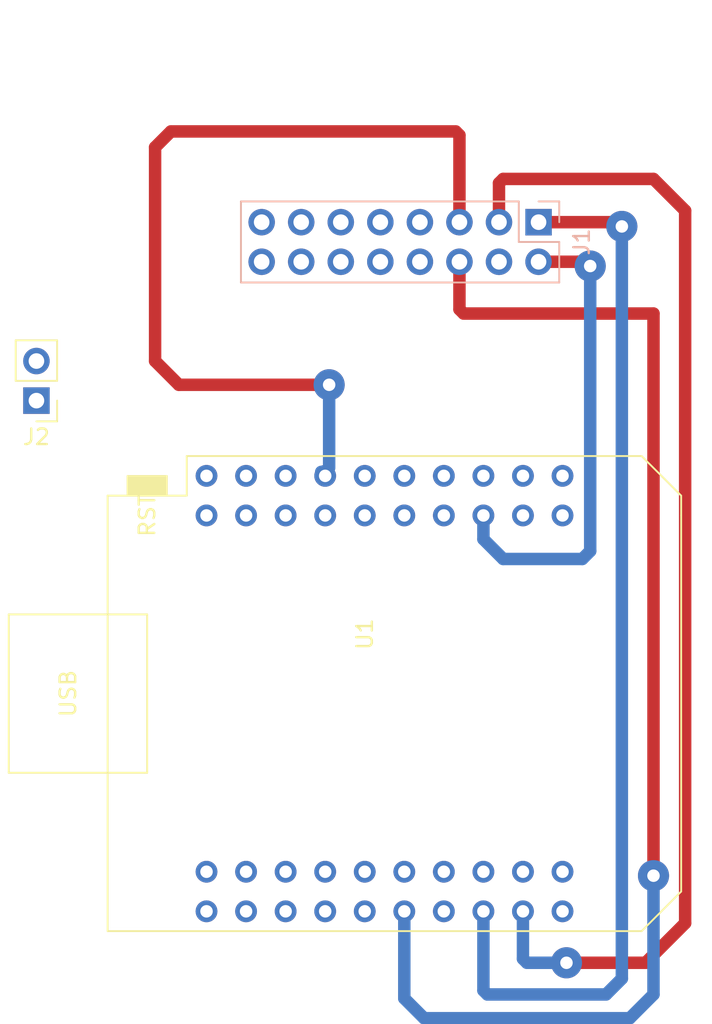
<source format=kicad_pcb>
(kicad_pcb (version 20211014) (generator pcbnew)
  (layers (0 "F.Cu" signal) (31 "B.Cu" signal) (34 "B.Paste" user) (35 "F.Paste" user) (36 "B.SilkS" user "B.Silkscreen") (37 "F.SilkS" user "F.Silkscreen") (38 "B.Mask" user) (39 "F.Mask" user) (44 "Edge.Cuts" user))
  (net 0 "")
  (net 1 "Net-(U1-Pad26)")
  (net 2 "Net-(U1-Pad6)")
  (net 3 "Net-(U1-Pad24)")
  (net 4 "Net-(U1-Pad13)")
  (net 5 "Net-(U1-Pad30)")
  (net 6 "Net-(U1-Pad18)")
  (net 8 "Net-(U1-Pad12)")
  (net 9 "Net-(U1-Pad10)")
  (net 10 "Net-(U1-Pad14)")
  (net 11 "Net-(U1-Pad29)")
  (net 12 "Net-(U1-Pad31)")
  (net 13 "Net-(U1-Pad32)")
  (net 14 "Net-(U1-Pad37)")
  (net 15 "Net-(U1-Pad35)")
  (net 39 "Net-(J1-Pad16)")
  (net 40 "Net-(U1-Pad1)")
  (footprint "Connector_PinHeader_2.54mm:PinHeader_1x02_P2.54mm_Vertical" (layer "F.Cu") (at 63.5 45.212 180)
    (fp_text reference "J2" (at 0 -2.33) (layer "F.SilkS"))
    (fp_text value "Power")
    (fp_line (start -1.33 -1.33) (end 0 -1.33) (layer "F.SilkS") (width 0.12))
    (fp_line (start -1.33 1.27) (end -1.33 3.87) (layer "F.SilkS") (width 0.12))
    (fp_line (start -1.33 1.27) (end 1.33 1.27) (layer "F.SilkS") (width 0.12))
    (fp_line (start 1.33 1.27) (end 1.33 3.87) (layer "F.SilkS") (width 0.12))
    (fp_line (start -1.33 0) (end -1.33 -1.33) (layer "F.SilkS") (width 0.12))
    (fp_line (start -1.33 3.87) (end 1.33 3.87) (layer "F.SilkS") (width 0.12))
    (pad "1" thru_hole rect (at 0 0 180) (size 1.7 1.7) (drill 1) (layers *.Cu *.Mask) (net 15 "Net-(U1-Pad35)"))
    (pad "2" thru_hole oval (at 0 2.54 180) (size 1.7 1.7) (drill 1) (layers *.Cu *.Mask) (net 40 "Net-(U1-Pad1)"))
  )
  (footprint "ESP32_mini:ESP32_mini" (layer "F.Cu") (at 85.852 64.008 -90)
    (fp_text reference "U1" (at -3.81 1.27 90) (layer "F.SilkS"))
    (fp_text value "mini_esp32")
    (fp_text user "USB" (at 0 20.32 90) (layer "F.SilkS"))
    (fp_text user "RST" (at -11.43 15.24 90) (layer "F.SilkS"))
    (fp_line (start 12.7 -19.05) (end 15.24 -16.51) (layer "F.SilkS") (width 0.12))
    (fp_line (start -5.08 17.78) (end -5.08 24.13) (layer "F.SilkS") (width 0.12))
    (fp_line (start -5.08 15.24) (end 5.08 15.24) (layer "F.SilkS") (width 0.12))
    (fp_line (start 5.08 15.24) (end 5.08 17.78) (layer "F.SilkS") (width 0.12))
    (fp_line (start -12.7 12.7) (end -12.7 17.78) (layer "F.SilkS") (width 0.12))
    (fp_line (start -12.7 -19.05) (end -11.43 -19.05) (layer "F.SilkS") (width 0.12))
    (fp_line (start -5.08 17.78) (end -5.08 15.24) (layer "F.SilkS") (width 0.12))
    (fp_line (start -12.7 17.78) (end 15.24 17.78) (layer "F.SilkS") (width 0.12))
    (fp_line (start 5.08 24.13) (end 5.08 17.78) (layer "F.SilkS") (width 0.12))
    (fp_line (start 15.24 -16.51) (end 15.24 17.78) (layer "F.SilkS") (width 0.12))
    (fp_line (start -12.7 -19.05) (end -15.24 -16.51) (layer "F.SilkS") (width 0.12))
    (fp_line (start -15.24 12.7) (end -12.7 12.7) (layer "F.SilkS") (width 0.12))
    (fp_line (start -15.24 -16.51) (end -15.24 12.7) (layer "F.SilkS") (width 0.12))
    (fp_line (start -5.08 24.13) (end 5.08 24.13) (layer "F.SilkS") (width 0.12))
    (fp_line (start 12.7 -19.05) (end -11.43 -19.05) (layer "F.SilkS") (width 0.12))
    (fp_poly (pts (xy -13.97 16.51) (xy -13.97 13.97) (xy -12.7 13.97) (xy -12.7 16.51)) (layer "F.SilkS") (width 0.1) (fill solid))
    (pad "1" thru_hole circle locked (at -13.97 -11.43 180) (size 1.4 1.4) (drill 0.8) (layers *.Cu *.Mask) (net 40 "Net-(U1-Pad1)"))
    (pad "2" thru_hole circle locked (at -11.43 -11.43 180) (size 1.4 1.4) (drill 0.8) (layers *.Cu *.Mask))
    (pad "3" thru_hole circle locked (at -13.97 -8.89 180) (size 1.4 1.4) (drill 0.8) (layers *.Cu *.Mask))
    (pad "4" thru_hole circle locked (at -11.43 -8.89 180) (size 1.4 1.4) (drill 0.8) (layers *.Cu *.Mask))
    (pad "5" thru_hole circle locked (at -13.97 -6.35 180) (size 1.4 1.4) (drill 0.8) (layers *.Cu *.Mask))
    (pad "6" thru_hole circle locked (at -11.43 -6.35 180) (size 1.4 1.4) (drill 0.8) (layers *.Cu *.Mask) (net 2 "Net-(U1-Pad6)"))
    (pad "7" thru_hole circle locked (at -13.97 -3.81 180) (size 1.4 1.4) (drill 0.8) (layers *.Cu *.Mask))
    (pad "8" thru_hole circle locked (at -11.43 -3.81 180) (size 1.4 1.4) (drill 0.8) (layers *.Cu *.Mask))
    (pad "9" thru_hole circle locked (at -13.97 -1.27 180) (size 1.4 1.4) (drill 0.8) (layers *.Cu *.Mask))
    (pad "10" thru_hole circle locked (at -11.43 -1.27 180) (size 1.4 1.4) (drill 0.8) (layers *.Cu *.Mask) (net 9 "Net-(U1-Pad10)"))
    (pad "11" thru_hole circle locked (at -13.97 1.27 180) (size 1.4 1.4) (drill 0.8) (layers *.Cu *.Mask))
    (pad "12" thru_hole circle locked (at -11.43 1.27 180) (size 1.4 1.4) (drill 0.8) (layers *.Cu *.Mask) (net 8 "Net-(U1-Pad12)"))
    (pad "13" thru_hole circle locked (at -13.97 3.81 180) (size 1.4 1.4) (drill 0.8) (layers *.Cu *.Mask) (net 4 "Net-(U1-Pad13)"))
    (pad "14" thru_hole circle locked (at -11.43 3.81 180) (size 1.4 1.4) (drill 0.8) (layers *.Cu *.Mask) (net 10 "Net-(U1-Pad14)"))
    (pad "15" thru_hole circle locked (at -13.97 6.35 180) (size 1.4 1.4) (drill 0.8) (layers *.Cu *.Mask))
    (pad "16" thru_hole circle locked (at -11.43 6.35 180) (size 1.4 1.4) (drill 0.8) (layers *.Cu *.Mask))
    (pad "17" thru_hole circle locked (at -13.97 8.89 180) (size 1.4 1.4) (drill 0.8) (layers *.Cu *.Mask))
    (pad "18" thru_hole circle locked (at -11.43 8.89 180) (size 1.4 1.4) (drill 0.8) (layers *.Cu *.Mask) (net 6 "Net-(U1-Pad18)"))
    (pad "19" thru_hole circle locked (at -13.97 11.43 180) (size 1.4 1.4) (drill 0.8) (layers *.Cu *.Mask))
    (pad "20" thru_hole circle locked (at -11.43 11.43 180) (size 1.4 1.4) (drill 0.8) (layers *.Cu *.Mask))
    (pad "21" thru_hole circle locked (at 11.43 -11.43 180) (size 1.4 1.4) (drill 0.8) (layers *.Cu *.Mask))
    (pad "22" thru_hole circle locked (at 13.97 -11.43 180) (size 1.4 1.4) (drill 0.8) (layers *.Cu *.Mask) (net 40 "Net-(U1-Pad1)"))
    (pad "23" thru_hole circle locked (at 11.43 -8.89 180) (size 1.4 1.4) (drill 0.8) (layers *.Cu *.Mask))
    (pad "24" thru_hole circle locked (at 13.97 -8.89 180) (size 1.4 1.4) (drill 0.8) (layers *.Cu *.Mask) (net 3 "Net-(U1-Pad24)"))
    (pad "25" thru_hole circle locked (at 11.43 -6.35 180) (size 1.4 1.4) (drill 0.8) (layers *.Cu *.Mask))
    (pad "26" thru_hole circle locked (at 13.97 -6.35 180) (size 1.4 1.4) (drill 0.8) (layers *.Cu *.Mask) (net 1 "Net-(U1-Pad26)"))
    (pad "27" thru_hole circle locked (at 11.43 -3.81 180) (size 1.4 1.4) (drill 0.8) (layers *.Cu *.Mask))
    (pad "28" thru_hole circle locked (at 13.97 -3.81 180) (size 1.4 1.4) (drill 0.8) (layers *.Cu *.Mask))
    (pad "29" thru_hole circle locked (at 11.43 -1.27 180) (size 1.4 1.4) (drill 0.8) (layers *.Cu *.Mask) (net 11 "Net-(U1-Pad29)"))
    (pad "30" thru_hole circle locked (at 13.97 -1.27 180) (size 1.4 1.4) (drill 0.8) (layers *.Cu *.Mask) (net 5 "Net-(U1-Pad30)"))
    (pad "31" thru_hole circle locked (at 11.43 1.27 180) (size 1.4 1.4) (drill 0.8) (layers *.Cu *.Mask) (net 12 "Net-(U1-Pad31)"))
    (pad "32" thru_hole circle locked (at 13.97 1.27 180) (size 1.4 1.4) (drill 0.8) (layers *.Cu *.Mask) (net 13 "Net-(U1-Pad32)"))
    (pad "33" thru_hole circle locked (at 11.43 3.81 180) (size 1.4 1.4) (drill 0.8) (layers *.Cu *.Mask) (net 39 "Net-(J1-Pad16)"))
    (pad "34" thru_hole circle locked (at 13.97 3.81 180) (size 1.4 1.4) (drill 0.8) (layers *.Cu *.Mask))
    (pad "35" thru_hole circle locked (at 11.43 6.35 180) (size 1.4 1.4) (drill 0.8) (layers *.Cu *.Mask) (net 15 "Net-(U1-Pad35)"))
    (pad "36" thru_hole circle locked (at 13.97 6.35 180) (size 1.4 1.4) (drill 0.8) (layers *.Cu *.Mask))
    (pad "37" thru_hole circle locked (at 11.43 8.89 180) (size 1.4 1.4) (drill 0.8) (layers *.Cu *.Mask) (net 14 "Net-(U1-Pad37)"))
    (pad "38" thru_hole circle locked (at 13.97 8.89 180) (size 1.4 1.4) (drill 0.8) (layers *.Cu *.Mask))
    (pad "39" thru_hole circle locked (at 11.43 11.43 180) (size 1.4 1.4) (drill 0.8) (layers *.Cu *.Mask))
    (pad "40" thru_hole circle locked (at 13.97 11.43 180) (size 1.4 1.4) (drill 0.8) (layers *.Cu *.Mask))
  )
  (footprint "Connector_PinSocket_2.54mm:PinSocket_2x08_P2.54mm_Vertical" (layer "B.Cu") (at 95.743 33.762 90)
    (fp_text reference "J1" (at -1.27 2.77 90) (layer "B.SilkS"))
    (fp_text value "PUT_IN")
    (fp_line (start -1.27 1.33) (end -1.27 -1.27) (layer "B.SilkS") (width 0.12))
    (fp_line (start 1.33 1.33) (end 1.33 0) (layer "B.SilkS") (width 0.12))
    (fp_line (start -3.87 1.33) (end -3.87 -19.11) (layer "B.SilkS") (width 0.12))
    (fp_line (start -3.87 -19.11) (end 1.33 -19.11) (layer "B.SilkS") (width 0.12))
    (fp_line (start -3.87 1.33) (end -1.27 1.33) (layer "B.SilkS") (width 0.12))
    (fp_line (start 1.33 -1.27) (end 1.33 -19.11) (layer "B.SilkS") (width 0.12))
    (fp_line (start -1.27 -1.27) (end 1.33 -1.27) (layer "B.SilkS") (width 0.12))
    (fp_line (start 0 1.33) (end 1.33 1.33) (layer "B.SilkS") (width 0.12))
    (pad "1" thru_hole rect (at 0 0 90) (size 1.7 1.7) (drill 1) (layers *.Cu *.Mask) (net 1 "Net-(U1-Pad26)"))
    (pad "2" thru_hole oval (at -2.54 0 90) (size 1.7 1.7) (drill 1) (layers *.Cu *.Mask) (net 2 "Net-(U1-Pad6)"))
    (pad "3" thru_hole oval (at 0 -2.54 90) (size 1.7 1.7) (drill 1) (layers *.Cu *.Mask) (net 3 "Net-(U1-Pad24)"))
    (pad "4" thru_hole oval (at -2.54 -2.54 90) (size 1.7 1.7) (drill 1) (layers *.Cu *.Mask) (net 39 "Net-(J1-Pad16)"))
    (pad "5" thru_hole oval (at 0 -5.08 90) (size 1.7 1.7) (drill 1) (layers *.Cu *.Mask) (net 4 "Net-(U1-Pad13)"))
    (pad "6" thru_hole oval (at -2.54 -5.08 90) (size 1.7 1.7) (drill 1) (layers *.Cu *.Mask) (net 5 "Net-(U1-Pad30)"))
    (pad "7" thru_hole oval (at 0 -7.62 90) (size 1.7 1.7) (drill 1) (layers *.Cu *.Mask) (net 6 "Net-(U1-Pad18)"))
    (pad "8" thru_hole oval (at -2.54 -7.62 90) (size 1.7 1.7) (drill 1) (layers *.Cu *.Mask))
    (pad "9" thru_hole oval (at 0 -10.16 90) (size 1.7 1.7) (drill 1) (layers *.Cu *.Mask) (net 8 "Net-(U1-Pad12)"))
    (pad "10" thru_hole oval (at -2.54 -10.16 90) (size 1.7 1.7) (drill 1) (layers *.Cu *.Mask) (net 9 "Net-(U1-Pad10)"))
    (pad "11" thru_hole oval (at 0 -12.7 90) (size 1.7 1.7) (drill 1) (layers *.Cu *.Mask) (net 10 "Net-(U1-Pad14)"))
    (pad "12" thru_hole oval (at -2.54 -12.7 90) (size 1.7 1.7) (drill 1) (layers *.Cu *.Mask) (net 11 "Net-(U1-Pad29)"))
    (pad "13" thru_hole oval (at 0 -15.24 90) (size 1.7 1.7) (drill 1) (layers *.Cu *.Mask) (net 12 "Net-(U1-Pad31)"))
    (pad "14" thru_hole oval (at -2.54 -15.24 90) (size 1.7 1.7) (drill 1) (layers *.Cu *.Mask) (net 13 "Net-(U1-Pad32)"))
    (pad "15" thru_hole oval (at 0 -17.78 90) (size 1.7 1.7) (drill 1) (layers *.Cu *.Mask) (net 14 "Net-(U1-Pad37)"))
    (pad "16" thru_hole oval (at -2.54 -17.78 90) (size 1.7 1.7) (drill 1) (layers *.Cu *.Mask) (net 39 "Net-(J1-Pad16)"))
  )
  (segment (start 100.818 33.762) (end 101.092 34.036) (width 0.8) (layer "F.Cu") (net 1))
  (segment (start 95.743 33.762) (end 100.818 33.762) (width 0.8) (layer "F.Cu") (net 1))
  (via (at 101.092 34.036) (size 2) (drill 0.8) (layers "F.Cu" "B.Cu") (net 1))
  (segment (start 100.076 83.312) (end 92.456 83.312) (width 0.8) (layer "B.Cu") (net 1))
  (segment (start 101.092 34.036) (end 101.092 82.296) (width 0.8) (layer "B.Cu") (net 1))
  (segment (start 92.456 83.312) (end 92.202 83.058) (width 0.8) (layer "B.Cu") (net 1))
  (segment (start 92.202 83.058) (end 92.202 77.978) (width 0.8) (layer "B.Cu") (net 1))
  (segment (start 101.092 82.296) (end 100.076 83.312) (width 0.8) (layer "B.Cu") (net 1))
  (segment (start 95.743 36.302) (end 98.278 36.302) (width 0.8) (layer "F.Cu") (net 2))
  (segment (start 98.278 36.302) (end 99.06 37.084) (width 0.8) (layer "F.Cu") (net 2))
  (via (at 99.06 36.576) (size 2) (drill 0.8) (layers "F.Cu" "B.Cu") (net 2))
  (segment (start 93.472 55.372) (end 92.202 54.102) (width 0.8) (layer "B.Cu") (net 2))
  (segment (start 99.06 36.576) (end 99.06 54.864) (width 0.8) (layer "B.Cu") (net 2))
  (segment (start 98.552 55.372) (end 93.472 55.372) (width 0.8) (layer "B.Cu") (net 2))
  (segment (start 99.06 54.864) (end 98.552 55.372) (width 0.8) (layer "B.Cu") (net 2))
  (segment (start 92.202 54.102) (end 92.202 52.578) (width 0.8) (layer "B.Cu") (net 2))
  (segment (start 103.124 30.988) (end 105.156 33.02) (width 0.8) (layer "F.Cu") (net 3))
  (segment (start 102.616 81.28) (end 97.536 81.28) (width 0.8) (layer "F.Cu") (net 3))
  (segment (start 105.156 33.02) (end 105.156 78.74) (width 0.8) (layer "F.Cu") (net 3))
  (segment (start 93.203 33.762) (end 93.203 31.257) (width 0.8) (layer "F.Cu") (net 3))
  (segment (start 93.203 31.257) (end 93.472 30.988) (width 0.8) (layer "F.Cu") (net 3))
  (segment (start 105.156 78.74) (end 102.616 81.28) (width 0.8) (layer "F.Cu") (net 3))
  (segment (start 93.472 30.988) (end 103.124 30.988) (width 0.8) (layer "F.Cu") (net 3))
  (via (at 97.536 81.28) (size 2) (drill 0.8) (layers "F.Cu" "B.Cu") (net 3))
  (segment (start 94.996 81.28) (end 97.536 81.28) (width 0.8) (layer "B.Cu") (net 3))
  (segment (start 94.742 81.026) (end 94.996 81.28) (width 0.8) (layer "B.Cu") (net 3))
  (segment (start 94.742 77.978) (end 94.742 81.026) (width 0.8) (layer "B.Cu") (net 3))
  (segment (start 72.644 44.196) (end 81.788 44.196) (width 0.8) (layer "F.Cu") (net 4))
  (segment (start 72.136 27.94) (end 71.12 28.956) (width 0.8) (layer "F.Cu") (net 4))
  (segment (start 71.12 42.672) (end 72.644 44.196) (width 0.8) (layer "F.Cu") (net 4))
  (segment (start 90.663 33.762) (end 90.663 28.179) (width 0.8) (layer "F.Cu") (net 4))
  (segment (start 90.663 28.179) (end 90.424 27.94) (width 0.8) (layer "F.Cu") (net 4))
  (segment (start 71.12 28.956) (end 71.12 42.672) (width 0.8) (layer "F.Cu") (net 4))
  (segment (start 90.424 27.94) (end 72.136 27.94) (width 0.8) (layer "F.Cu") (net 4))
  (via (at 82.296 44.196) (size 2) (drill 0.8) (layers "F.Cu" "B.Cu") (net 4))
  (segment (start 82.296 43.942) (end 82.296 49.53) (width 0.8) (layer "B.Cu") (net 4))
  (segment (start 81.788 49.784) (end 82.042 50.038) (width 0.8) (layer "B.Cu") (net 4))
  (segment (start 90.932 39.624) (end 103.124 39.624) (width 0.8) (layer "F.Cu") (net 5))
  (segment (start 103.124 39.624) (end 103.124 75.692) (width 0.8) (layer "F.Cu") (net 5))
  (segment (start 90.663 39.355) (end 90.932 39.624) (width 0.8) (layer "F.Cu") (net 5))
  (segment (start 90.663 36.302) (end 90.663 39.355) (width 0.8) (layer "F.Cu") (net 5))
  (via (at 103.124 75.692) (size 2) (drill 0.8) (layers "F.Cu" "B.Cu") (net 5))
  (segment (start 87.122 83.566) (end 87.122 77.978) (width 0.8) (layer "B.Cu") (net 5))
  (segment (start 88.392 84.836) (end 87.122 83.566) (width 0.8) (layer "B.Cu") (net 5))
  (segment (start 103.124 75.692) (end 103.124 83.312) (width 0.8) (layer "B.Cu") (net 5))
  (segment (start 101.6 84.836) (end 88.392 84.836) (width 0.8) (layer "B.Cu") (net 5))
  (segment (start 103.124 83.312) (end 101.6 84.836) (width 0.8) (layer "B.Cu") (net 5))
)
</source>
